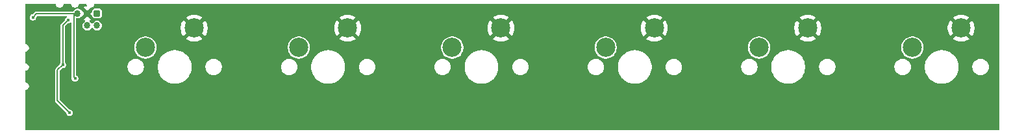
<source format=gbl>
%TF.GenerationSoftware,KiCad,Pcbnew,9.0.5*%
%TF.CreationDate,2025-10-03T12:10:45+01:00*%
%TF.ProjectId,vm_keycap_button_row,766d5f6b-6579-4636-9170-5f627574746f,0.4*%
%TF.SameCoordinates,PX876bf80PY47868c0*%
%TF.FileFunction,Copper,L2,Bot*%
%TF.FilePolarity,Positive*%
%FSLAX45Y45*%
G04 Gerber Fmt 4.5, Leading zero omitted, Abs format (unit mm)*
G04 Created by KiCad (PCBNEW 9.0.5) date 2025-10-03 12:10:45*
%MOMM*%
%LPD*%
G01*
G04 APERTURE LIST*
G04 Aperture macros list*
%AMRoundRect*
0 Rectangle with rounded corners*
0 $1 Rounding radius*
0 $2 $3 $4 $5 $6 $7 $8 $9 X,Y pos of 4 corners*
0 Add a 4 corners polygon primitive as box body*
4,1,4,$2,$3,$4,$5,$6,$7,$8,$9,$2,$3,0*
0 Add four circle primitives for the rounded corners*
1,1,$1+$1,$2,$3*
1,1,$1+$1,$4,$5*
1,1,$1+$1,$6,$7*
1,1,$1+$1,$8,$9*
0 Add four rect primitives between the rounded corners*
20,1,$1+$1,$2,$3,$4,$5,0*
20,1,$1+$1,$4,$5,$6,$7,0*
20,1,$1+$1,$6,$7,$8,$9,0*
20,1,$1+$1,$8,$9,$2,$3,0*%
G04 Aperture macros list end*
%TA.AperFunction,ComponentPad*%
%ADD10C,2.500000*%
%TD*%
%TA.AperFunction,ComponentPad*%
%ADD11RoundRect,0.172720X-0.259080X-0.259080X0.259080X-0.259080X0.259080X0.259080X-0.259080X0.259080X0*%
%TD*%
%TA.AperFunction,ComponentPad*%
%ADD12C,0.863600*%
%TD*%
%TA.AperFunction,ViaPad*%
%ADD13C,0.450000*%
%TD*%
%TA.AperFunction,Conductor*%
%ADD14C,0.200000*%
%TD*%
G04 APERTURE END LIST*
D10*
%TO.P,SW6,1,1*%
%TO.N,/BUTTON_5*%
X3219000Y254000D03*
%TO.P,SW6,2,2*%
%TO.N,GND*%
X3854000Y508000D03*
%TD*%
D11*
%TO.P,J1,1,Vcc*%
%TO.N,+3V3*%
X-5412500Y700000D03*
D12*
%TO.P,J1,2,SWDIO*%
%TO.N,/SWDIO*%
X-5412500Y542520D03*
%TO.P,J1,3,GND*%
%TO.N,GND*%
X-5539500Y700000D03*
%TO.P,J1,4,SWDCLK*%
%TO.N,/SWCLK*%
X-5539500Y542520D03*
%TO.P,J1,5,~{RESET}*%
%TO.N,/nRESET*%
X-5666500Y700000D03*
%TD*%
D10*
%TO.P,SW2,1,1*%
%TO.N,/BUTTON_1*%
X-4781000Y254000D03*
%TO.P,SW2,2,2*%
%TO.N,GND*%
X-4146000Y508000D03*
%TD*%
%TO.P,SW7,1,1*%
%TO.N,/BUTTON_6*%
X5219000Y254000D03*
%TO.P,SW7,2,2*%
%TO.N,GND*%
X5854000Y508000D03*
%TD*%
%TO.P,SW5,1,1*%
%TO.N,/BUTTON_4*%
X1219000Y254000D03*
%TO.P,SW5,2,2*%
%TO.N,GND*%
X1854000Y508000D03*
%TD*%
%TO.P,SW4,1,1*%
%TO.N,/BUTTON_3*%
X-781000Y254000D03*
%TO.P,SW4,2,2*%
%TO.N,GND*%
X-146000Y508000D03*
%TD*%
%TO.P,SW3,1,1*%
%TO.N,/BUTTON_2*%
X-2781000Y254000D03*
%TO.P,SW3,2,2*%
%TO.N,GND*%
X-2146000Y508000D03*
%TD*%
D13*
%TO.N,GND*%
X-6200000Y200000D03*
X-5550000Y-450000D03*
X-6200000Y-575000D03*
X-5575000Y-675000D03*
X-6200000Y-200000D03*
%TO.N,+3V3*%
X-5860000Y30000D03*
X-5787500Y615800D03*
X-5770000Y-600000D03*
%TO.N,/nRESET*%
X-5700000Y-150000D03*
X-6250000Y650000D03*
%TD*%
D14*
%TO.N,+3V3*%
X-5930000Y-440000D02*
X-5930000Y-40000D01*
X-5860000Y543300D02*
X-5787500Y615800D01*
X-5930000Y-40000D02*
X-5860000Y30000D01*
X-5770000Y-600000D02*
X-5930000Y-440000D01*
X-5860000Y30000D02*
X-5860000Y543300D01*
%TO.N,/nRESET*%
X-5717000Y-133000D02*
X-5700000Y-150000D01*
X-6202610Y697390D02*
X-5717000Y697390D01*
X-6250000Y650000D02*
X-6202610Y697390D01*
X-5717000Y697390D02*
X-5717000Y-133000D01*
%TD*%
%TA.AperFunction,Conductor*%
%TO.N,GND*%
G36*
X-5951632Y822833D02*
G01*
X-5949898Y819316D01*
X-5949698Y819370D01*
X-5949572Y818902D01*
X-5949572Y818901D01*
X-5946194Y806294D01*
X-5939668Y794990D01*
X-5930438Y785760D01*
X-5919134Y779234D01*
X-5906526Y775856D01*
X-5906526Y775856D01*
X-5893474Y775856D01*
X-5893474Y775856D01*
X-5880866Y779234D01*
X-5869562Y785760D01*
X-5860332Y794990D01*
X-5853806Y806294D01*
X-5850428Y818901D01*
X-5850428Y818902D01*
X-5850302Y819370D01*
X-5850047Y819302D01*
X-5847641Y823470D01*
X-5843135Y825000D01*
X-5756865Y825000D01*
X-5751632Y822833D01*
X-5749898Y819316D01*
X-5749698Y819370D01*
X-5749572Y818902D01*
X-5749572Y818901D01*
X-5746194Y806294D01*
X-5739668Y794990D01*
X-5730438Y785760D01*
X-5719134Y779234D01*
X-5706526Y775856D01*
X-5706526Y775856D01*
X-5693474Y775856D01*
X-5693474Y775856D01*
X-5680866Y779234D01*
X-5669562Y785760D01*
X-5660332Y794990D01*
X-5653806Y806294D01*
X-5650428Y818901D01*
X-5650428Y818902D01*
X-5650302Y819370D01*
X-5650047Y819302D01*
X-5647641Y823470D01*
X-5643135Y825000D01*
X-5556865Y825000D01*
X-5551632Y822833D01*
X-5549898Y819316D01*
X-5549698Y819370D01*
X-5549572Y818902D01*
X-5549572Y818901D01*
X-5546194Y806294D01*
X-5546194Y806293D01*
X-5544822Y803917D01*
X-5544083Y798302D01*
X-5547530Y793809D01*
X-5549787Y792959D01*
X-5566679Y789599D01*
X-5566680Y789599D01*
X-5583638Y782575D01*
X-5585485Y781341D01*
X-5539500Y735355D01*
X-5501167Y773688D01*
X-5495935Y775856D01*
X-5493474Y775856D01*
X-5493474Y775856D01*
X-5480866Y779234D01*
X-5469562Y785760D01*
X-5460332Y794990D01*
X-5453806Y806294D01*
X-5450428Y818901D01*
X-5450428Y818902D01*
X-5450302Y819370D01*
X-5450047Y819302D01*
X-5447641Y823470D01*
X-5443135Y825000D01*
X6342724Y825000D01*
X6347957Y822833D01*
X6350124Y817600D01*
X6350159Y56126D01*
X6350188Y-597780D01*
X6350198Y-817600D01*
X6348031Y-822832D01*
X6342798Y-825000D01*
X-6342550Y-825000D01*
X-6347783Y-822833D01*
X-6349950Y-817600D01*
X-6349950Y-306914D01*
X-6347783Y-301682D01*
X-6343921Y-299778D01*
X-6343942Y-299698D01*
X-6343540Y-299590D01*
X-6343515Y-299578D01*
X-6343474Y-299572D01*
X-6343474Y-299572D01*
X-6330866Y-296194D01*
X-6319562Y-289668D01*
X-6310332Y-280438D01*
X-6303806Y-269134D01*
X-6300428Y-256526D01*
X-6300428Y-243474D01*
X-6303806Y-230866D01*
X-6310332Y-219562D01*
X-6319562Y-210332D01*
X-6330866Y-203806D01*
X-6343474Y-200428D01*
X-6343474Y-200428D01*
X-6343516Y-200422D01*
X-6343535Y-200411D01*
X-6343942Y-200302D01*
X-6343913Y-200193D01*
X-6348421Y-197590D01*
X-6349950Y-193085D01*
X-6349950Y-56487D01*
X-6347783Y-51254D01*
X-6343921Y-49350D01*
X-6343942Y-49270D01*
X-6343540Y-49162D01*
X-6343515Y-49150D01*
X-6343474Y-49144D01*
X-6343474Y-49144D01*
X-6330866Y-45766D01*
X-6319562Y-39240D01*
X-6310332Y-30010D01*
X-6303806Y-18706D01*
X-6300428Y-6098D01*
X-6300428Y6954D01*
X-6303806Y19562D01*
X-6310332Y30866D01*
X-6319562Y40096D01*
X-6330866Y46622D01*
X-6343474Y50000D01*
X-6343474Y50000D01*
X-6343516Y50006D01*
X-6343535Y50016D01*
X-6343942Y50125D01*
X-6343913Y50235D01*
X-6348421Y52838D01*
X-6349950Y57342D01*
X-6349950Y193513D01*
X-6347783Y198746D01*
X-6343921Y200650D01*
X-6343942Y200730D01*
X-6343540Y200838D01*
X-6343515Y200850D01*
X-6343474Y200856D01*
X-6343474Y200856D01*
X-6330866Y204234D01*
X-6319562Y210760D01*
X-6310332Y219990D01*
X-6303806Y231294D01*
X-6300428Y243901D01*
X-6300428Y256954D01*
X-6303806Y269562D01*
X-6310332Y280866D01*
X-6319562Y290096D01*
X-6330866Y296622D01*
X-6343474Y300000D01*
X-6343474Y300000D01*
X-6343516Y300006D01*
X-6343535Y300017D01*
X-6343942Y300126D01*
X-6343913Y300235D01*
X-6348421Y302838D01*
X-6349950Y307342D01*
X-6349950Y655602D01*
X-6292550Y655602D01*
X-6292550Y644398D01*
X-6289650Y633577D01*
X-6289650Y633576D01*
X-6287922Y630582D01*
X-6284048Y623874D01*
X-6276126Y615952D01*
X-6266424Y610350D01*
X-6255602Y607450D01*
X-6255602Y607450D01*
X-6255602Y607450D01*
X-6244398Y607450D01*
X-6244398Y607450D01*
X-6233576Y610350D01*
X-6223874Y615952D01*
X-6215951Y623874D01*
X-6210350Y633576D01*
X-6207450Y644398D01*
X-6207450Y644398D01*
X-6207450Y646988D01*
X-6205283Y652220D01*
X-6192330Y665173D01*
X-6187098Y667340D01*
X-5810947Y667340D01*
X-5805715Y665173D01*
X-5803547Y659940D01*
X-5805715Y654707D01*
X-5807247Y653531D01*
X-5813626Y649849D01*
X-5821548Y641926D01*
X-5827150Y632224D01*
X-5827150Y632223D01*
X-5830050Y621402D01*
X-5830050Y618812D01*
X-5832217Y613580D01*
X-5884046Y561751D01*
X-5888002Y554899D01*
X-5888002Y554899D01*
X-5890050Y547257D01*
X-5890050Y63190D01*
X-5892217Y57957D01*
X-5894048Y56126D01*
X-5899650Y46424D01*
X-5899650Y46423D01*
X-5902550Y35602D01*
X-5902550Y33012D01*
X-5904717Y27780D01*
X-5954046Y-21549D01*
X-5958002Y-28401D01*
X-5958002Y-28401D01*
X-5960050Y-36044D01*
X-5960050Y-443956D01*
X-5958002Y-451598D01*
X-5958002Y-451599D01*
X-5954046Y-458451D01*
X-5814717Y-597780D01*
X-5812550Y-603012D01*
X-5812550Y-605602D01*
X-5809650Y-616423D01*
X-5809650Y-616424D01*
X-5809650Y-616424D01*
X-5804048Y-626126D01*
X-5796126Y-634049D01*
X-5786424Y-639650D01*
X-5775602Y-642550D01*
X-5775602Y-642550D01*
X-5775602Y-642550D01*
X-5764398Y-642550D01*
X-5764398Y-642550D01*
X-5753576Y-639650D01*
X-5743874Y-634049D01*
X-5735951Y-626126D01*
X-5730350Y-616424D01*
X-5727450Y-605602D01*
X-5727450Y-605602D01*
X-5727450Y-594398D01*
X-5727450Y-594398D01*
X-5730350Y-583577D01*
X-5730350Y-583576D01*
X-5735951Y-573874D01*
X-5743874Y-565952D01*
X-5753576Y-560350D01*
X-5753577Y-560350D01*
X-5764398Y-557450D01*
X-5764398Y-557450D01*
X-5766988Y-557450D01*
X-5772220Y-555283D01*
X-5897783Y-429720D01*
X-5899950Y-424488D01*
X-5899950Y-55512D01*
X-5897783Y-50280D01*
X-5862220Y-14717D01*
X-5856988Y-12550D01*
X-5854398Y-12550D01*
X-5854398Y-12550D01*
X-5843576Y-9650D01*
X-5833874Y-4048D01*
X-5825951Y3874D01*
X-5820350Y13576D01*
X-5817450Y24398D01*
X-5817450Y24398D01*
X-5817450Y35602D01*
X-5817450Y35602D01*
X-5819438Y43022D01*
X-5820350Y46424D01*
X-5825951Y56126D01*
X-5827783Y57957D01*
X-5829950Y63190D01*
X-5829950Y527788D01*
X-5827783Y533020D01*
X-5789720Y571083D01*
X-5784488Y573250D01*
X-5781898Y573250D01*
X-5781898Y573250D01*
X-5771076Y576150D01*
X-5761374Y581752D01*
X-5759683Y583443D01*
X-5754450Y585610D01*
X-5749217Y583443D01*
X-5747050Y578210D01*
X-5747050Y-136956D01*
X-5745002Y-144599D01*
X-5745002Y-144599D01*
X-5743541Y-147129D01*
X-5742550Y-150829D01*
X-5742550Y-155602D01*
X-5739650Y-166423D01*
X-5739650Y-166424D01*
X-5739650Y-166424D01*
X-5734048Y-176126D01*
X-5726126Y-184048D01*
X-5716424Y-189650D01*
X-5705602Y-192550D01*
X-5705602Y-192550D01*
X-5705602Y-192550D01*
X-5694398Y-192550D01*
X-5694398Y-192550D01*
X-5683576Y-189650D01*
X-5673874Y-184048D01*
X-5665951Y-176126D01*
X-5660350Y-166424D01*
X-5657450Y-155602D01*
X-5657450Y-155602D01*
X-5657450Y-144398D01*
X-5657450Y-144398D01*
X-5660350Y-133577D01*
X-5660350Y-133576D01*
X-5665951Y-123874D01*
X-5673874Y-115951D01*
X-5679231Y-112858D01*
X-5683250Y-110538D01*
X-5686698Y-106045D01*
X-5686950Y-104129D01*
X-5686950Y8465D01*
X-5015550Y8465D01*
X-5015550Y-8464D01*
X-5012902Y-25184D01*
X-5012902Y-25186D01*
X-5007671Y-41284D01*
X-4999985Y-56368D01*
X-4990035Y-70064D01*
X-4990035Y-70064D01*
X-4978064Y-82035D01*
X-4978064Y-82035D01*
X-4978064Y-82035D01*
X-4964369Y-91985D01*
X-4957227Y-95624D01*
X-4949285Y-99670D01*
X-4949285Y-99670D01*
X-4949284Y-99671D01*
X-4933186Y-104901D01*
X-4933185Y-104902D01*
X-4933185Y-104902D01*
X-4925969Y-106045D01*
X-4916465Y-107550D01*
X-4916464Y-107550D01*
X-4899536Y-107550D01*
X-4895356Y-106888D01*
X-4882815Y-104902D01*
X-4882815Y-104901D01*
X-4882814Y-104901D01*
X-4866716Y-99671D01*
X-4866716Y-99671D01*
X-4866715Y-99670D01*
X-4851632Y-91985D01*
X-4837936Y-82035D01*
X-4825965Y-70064D01*
X-4816015Y-56368D01*
X-4808330Y-41285D01*
X-4806627Y-36044D01*
X-4803099Y-25186D01*
X-4803099Y-25185D01*
X-4803098Y-25185D01*
X-4800450Y-8464D01*
X-4800450Y8464D01*
X-4801260Y13576D01*
X-4801394Y14423D01*
X-4620050Y14423D01*
X-4620050Y-14423D01*
X-4619112Y-21549D01*
X-4616285Y-43022D01*
X-4608819Y-70885D01*
X-4597781Y-97534D01*
X-4597781Y-97534D01*
X-4583358Y-122515D01*
X-4583357Y-122516D01*
X-4572277Y-136956D01*
X-4565797Y-145400D01*
X-4545400Y-165797D01*
X-4535441Y-173439D01*
X-4522516Y-183357D01*
X-4522515Y-183358D01*
X-4521319Y-184048D01*
X-4497535Y-197780D01*
X-4470885Y-208819D01*
X-4443022Y-216285D01*
X-4414423Y-220050D01*
X-4414423Y-220050D01*
X-4385577Y-220050D01*
X-4385577Y-220050D01*
X-4356978Y-216285D01*
X-4329116Y-208819D01*
X-4302466Y-197780D01*
X-4277484Y-183357D01*
X-4254600Y-165797D01*
X-4234203Y-145400D01*
X-4216643Y-122516D01*
X-4202220Y-97534D01*
X-4191181Y-70885D01*
X-4183715Y-43022D01*
X-4179950Y-14423D01*
X-4179950Y8465D01*
X-3999550Y8465D01*
X-3999550Y-8464D01*
X-3996902Y-25184D01*
X-3996902Y-25186D01*
X-3991671Y-41284D01*
X-3983985Y-56368D01*
X-3974035Y-70064D01*
X-3974035Y-70064D01*
X-3962064Y-82035D01*
X-3962064Y-82035D01*
X-3962064Y-82035D01*
X-3948369Y-91985D01*
X-3941227Y-95624D01*
X-3933285Y-99670D01*
X-3933285Y-99670D01*
X-3933284Y-99671D01*
X-3917186Y-104901D01*
X-3917185Y-104902D01*
X-3917185Y-104902D01*
X-3909969Y-106045D01*
X-3900464Y-107550D01*
X-3900464Y-107550D01*
X-3883535Y-107550D01*
X-3879356Y-106888D01*
X-3866815Y-104902D01*
X-3866815Y-104901D01*
X-3866814Y-104901D01*
X-3850716Y-99671D01*
X-3850716Y-99671D01*
X-3850715Y-99670D01*
X-3835631Y-91985D01*
X-3821936Y-82035D01*
X-3809965Y-70064D01*
X-3800015Y-56368D01*
X-3792329Y-41285D01*
X-3790626Y-36044D01*
X-3787098Y-25186D01*
X-3787098Y-25185D01*
X-3787098Y-25185D01*
X-3784450Y-8464D01*
X-3784450Y8464D01*
X-3784450Y8465D01*
X-3015550Y8465D01*
X-3015550Y-8464D01*
X-3012902Y-25184D01*
X-3012902Y-25186D01*
X-3007671Y-41284D01*
X-2999985Y-56368D01*
X-2990035Y-70064D01*
X-2990035Y-70064D01*
X-2978064Y-82035D01*
X-2978064Y-82035D01*
X-2978064Y-82035D01*
X-2964369Y-91985D01*
X-2957227Y-95624D01*
X-2949285Y-99670D01*
X-2949285Y-99670D01*
X-2949284Y-99671D01*
X-2933186Y-104901D01*
X-2933185Y-104902D01*
X-2933185Y-104902D01*
X-2925969Y-106045D01*
X-2916464Y-107550D01*
X-2916464Y-107550D01*
X-2899535Y-107550D01*
X-2895356Y-106888D01*
X-2882815Y-104902D01*
X-2882815Y-104901D01*
X-2882814Y-104901D01*
X-2866716Y-99671D01*
X-2866716Y-99671D01*
X-2866715Y-99670D01*
X-2851631Y-91985D01*
X-2837936Y-82035D01*
X-2825965Y-70064D01*
X-2816015Y-56368D01*
X-2808329Y-41285D01*
X-2806626Y-36044D01*
X-2803098Y-25186D01*
X-2803098Y-25185D01*
X-2803098Y-25185D01*
X-2800450Y-8464D01*
X-2800450Y8464D01*
X-2801260Y13576D01*
X-2801394Y14423D01*
X-2620050Y14423D01*
X-2620050Y-14423D01*
X-2619112Y-21549D01*
X-2616285Y-43022D01*
X-2608819Y-70885D01*
X-2597781Y-97534D01*
X-2597781Y-97534D01*
X-2583358Y-122515D01*
X-2583357Y-122516D01*
X-2572277Y-136956D01*
X-2565797Y-145400D01*
X-2545400Y-165797D01*
X-2535441Y-173439D01*
X-2522516Y-183357D01*
X-2522515Y-183358D01*
X-2521319Y-184048D01*
X-2497535Y-197780D01*
X-2470885Y-208819D01*
X-2443022Y-216285D01*
X-2414423Y-220050D01*
X-2414423Y-220050D01*
X-2385577Y-220050D01*
X-2385577Y-220050D01*
X-2356978Y-216285D01*
X-2329116Y-208819D01*
X-2302466Y-197780D01*
X-2277484Y-183357D01*
X-2254600Y-165797D01*
X-2234203Y-145400D01*
X-2216643Y-122516D01*
X-2202220Y-97534D01*
X-2191181Y-70885D01*
X-2183715Y-43022D01*
X-2179950Y-14423D01*
X-2179950Y8465D01*
X-1999550Y8465D01*
X-1999550Y-8464D01*
X-1996902Y-25184D01*
X-1996902Y-25186D01*
X-1991671Y-41284D01*
X-1983985Y-56368D01*
X-1974035Y-70064D01*
X-1974035Y-70064D01*
X-1962064Y-82035D01*
X-1962064Y-82035D01*
X-1962064Y-82035D01*
X-1948369Y-91985D01*
X-1941227Y-95624D01*
X-1933285Y-99670D01*
X-1933285Y-99670D01*
X-1933284Y-99671D01*
X-1917186Y-104901D01*
X-1917185Y-104902D01*
X-1917185Y-104902D01*
X-1909969Y-106045D01*
X-1900464Y-107550D01*
X-1900464Y-107550D01*
X-1883535Y-107550D01*
X-1879356Y-106888D01*
X-1866815Y-104902D01*
X-1866815Y-104901D01*
X-1866814Y-104901D01*
X-1850716Y-99671D01*
X-1850716Y-99671D01*
X-1850715Y-99670D01*
X-1835631Y-91985D01*
X-1821936Y-82035D01*
X-1809965Y-70064D01*
X-1800015Y-56368D01*
X-1792329Y-41285D01*
X-1790626Y-36044D01*
X-1787098Y-25186D01*
X-1787098Y-25185D01*
X-1787098Y-25185D01*
X-1784450Y-8464D01*
X-1784450Y8464D01*
X-1784450Y8465D01*
X-1015550Y8465D01*
X-1015550Y-8464D01*
X-1012902Y-25184D01*
X-1012902Y-25186D01*
X-1007671Y-41284D01*
X-999985Y-56368D01*
X-990035Y-70064D01*
X-990035Y-70064D01*
X-978064Y-82035D01*
X-978064Y-82035D01*
X-978064Y-82035D01*
X-964369Y-91985D01*
X-957227Y-95624D01*
X-949285Y-99670D01*
X-949285Y-99670D01*
X-949284Y-99671D01*
X-933186Y-104901D01*
X-933185Y-104902D01*
X-933185Y-104902D01*
X-925969Y-106045D01*
X-916464Y-107550D01*
X-916464Y-107550D01*
X-899535Y-107550D01*
X-895356Y-106888D01*
X-882815Y-104902D01*
X-882815Y-104901D01*
X-882814Y-104901D01*
X-866716Y-99671D01*
X-866716Y-99671D01*
X-866715Y-99670D01*
X-851631Y-91985D01*
X-837936Y-82035D01*
X-825965Y-70064D01*
X-816015Y-56368D01*
X-808329Y-41285D01*
X-806626Y-36044D01*
X-803098Y-25186D01*
X-803098Y-25185D01*
X-803098Y-25185D01*
X-800450Y-8464D01*
X-800450Y8464D01*
X-801260Y13576D01*
X-801394Y14423D01*
X-620050Y14423D01*
X-620050Y-14423D01*
X-619112Y-21549D01*
X-616285Y-43022D01*
X-608819Y-70885D01*
X-597781Y-97534D01*
X-597781Y-97534D01*
X-583358Y-122515D01*
X-583357Y-122516D01*
X-572277Y-136956D01*
X-565797Y-145400D01*
X-545400Y-165797D01*
X-535441Y-173439D01*
X-522516Y-183357D01*
X-522515Y-183358D01*
X-521319Y-184048D01*
X-497534Y-197780D01*
X-470884Y-208819D01*
X-443022Y-216285D01*
X-414423Y-220050D01*
X-414423Y-220050D01*
X-385577Y-220050D01*
X-385577Y-220050D01*
X-356978Y-216285D01*
X-329116Y-208819D01*
X-302466Y-197780D01*
X-277484Y-183357D01*
X-254600Y-165797D01*
X-234203Y-145400D01*
X-216642Y-122516D01*
X-202220Y-97534D01*
X-191181Y-70885D01*
X-183715Y-43022D01*
X-179950Y-14423D01*
X-179950Y8465D01*
X450Y8465D01*
X450Y-8464D01*
X3098Y-25184D01*
X3098Y-25186D01*
X8329Y-41284D01*
X16015Y-56368D01*
X25965Y-70064D01*
X25965Y-70064D01*
X37936Y-82035D01*
X37936Y-82035D01*
X37936Y-82035D01*
X51631Y-91985D01*
X58773Y-95624D01*
X66715Y-99670D01*
X66715Y-99670D01*
X66716Y-99671D01*
X82814Y-104901D01*
X82815Y-104902D01*
X82815Y-104902D01*
X90031Y-106045D01*
X99535Y-107550D01*
X99536Y-107550D01*
X116464Y-107550D01*
X120644Y-106888D01*
X133185Y-104902D01*
X133185Y-104901D01*
X133186Y-104901D01*
X149284Y-99671D01*
X149284Y-99671D01*
X149285Y-99670D01*
X164369Y-91985D01*
X178064Y-82035D01*
X190035Y-70064D01*
X199985Y-56368D01*
X207670Y-41285D01*
X209373Y-36044D01*
X212901Y-25186D01*
X212901Y-25185D01*
X212902Y-25185D01*
X215550Y-8464D01*
X215550Y8464D01*
X215550Y8465D01*
X984450Y8465D01*
X984450Y-8464D01*
X987098Y-25184D01*
X987098Y-25186D01*
X992329Y-41284D01*
X1000015Y-56368D01*
X1009965Y-70064D01*
X1009965Y-70064D01*
X1021936Y-82035D01*
X1021936Y-82035D01*
X1021936Y-82035D01*
X1035631Y-91985D01*
X1042773Y-95624D01*
X1050715Y-99670D01*
X1050715Y-99670D01*
X1050716Y-99671D01*
X1066814Y-104901D01*
X1066815Y-104902D01*
X1066815Y-104902D01*
X1074031Y-106045D01*
X1083536Y-107550D01*
X1083536Y-107550D01*
X1100465Y-107550D01*
X1104644Y-106888D01*
X1117185Y-104902D01*
X1117185Y-104901D01*
X1117186Y-104901D01*
X1133284Y-99671D01*
X1133284Y-99671D01*
X1133285Y-99670D01*
X1148369Y-91985D01*
X1162064Y-82035D01*
X1174035Y-70064D01*
X1183985Y-56368D01*
X1191671Y-41285D01*
X1193374Y-36044D01*
X1196902Y-25186D01*
X1196902Y-25185D01*
X1196902Y-25185D01*
X1199550Y-8464D01*
X1199550Y8464D01*
X1198740Y13576D01*
X1198606Y14423D01*
X1379950Y14423D01*
X1379950Y-14423D01*
X1380888Y-21549D01*
X1383715Y-43022D01*
X1391181Y-70885D01*
X1402219Y-97534D01*
X1402219Y-97534D01*
X1416642Y-122515D01*
X1416643Y-122516D01*
X1427723Y-136956D01*
X1434203Y-145400D01*
X1454600Y-165797D01*
X1464559Y-173439D01*
X1477484Y-183357D01*
X1477485Y-183358D01*
X1478681Y-184048D01*
X1502465Y-197780D01*
X1529115Y-208819D01*
X1556978Y-216285D01*
X1585577Y-220050D01*
X1585577Y-220050D01*
X1614423Y-220050D01*
X1614423Y-220050D01*
X1643022Y-216285D01*
X1670884Y-208819D01*
X1697534Y-197780D01*
X1722516Y-183357D01*
X1745400Y-165797D01*
X1765797Y-145400D01*
X1783357Y-122516D01*
X1797780Y-97534D01*
X1808819Y-70885D01*
X1816285Y-43022D01*
X1820050Y-14423D01*
X1820050Y8465D01*
X2000450Y8465D01*
X2000450Y-8464D01*
X2003098Y-25184D01*
X2003098Y-25186D01*
X2008329Y-41284D01*
X2016015Y-56368D01*
X2025965Y-70064D01*
X2025965Y-70064D01*
X2037936Y-82035D01*
X2037936Y-82035D01*
X2037936Y-82035D01*
X2051631Y-91985D01*
X2058773Y-95624D01*
X2066715Y-99670D01*
X2066715Y-99670D01*
X2066716Y-99671D01*
X2082814Y-104901D01*
X2082815Y-104902D01*
X2082815Y-104902D01*
X2090031Y-106045D01*
X2099536Y-107550D01*
X2099536Y-107550D01*
X2116465Y-107550D01*
X2120644Y-106888D01*
X2133185Y-104902D01*
X2133185Y-104901D01*
X2133186Y-104901D01*
X2149284Y-99671D01*
X2149284Y-99671D01*
X2149285Y-99670D01*
X2164369Y-91985D01*
X2178064Y-82035D01*
X2190035Y-70064D01*
X2199985Y-56368D01*
X2207671Y-41285D01*
X2209374Y-36044D01*
X2212902Y-25186D01*
X2212902Y-25185D01*
X2212902Y-25185D01*
X2215550Y-8464D01*
X2215550Y8464D01*
X2215550Y8465D01*
X2984450Y8465D01*
X2984450Y-8464D01*
X2987098Y-25184D01*
X2987098Y-25186D01*
X2992329Y-41284D01*
X3000015Y-56368D01*
X3009965Y-70064D01*
X3009965Y-70064D01*
X3021936Y-82035D01*
X3021936Y-82035D01*
X3021936Y-82035D01*
X3035631Y-91985D01*
X3042773Y-95624D01*
X3050715Y-99670D01*
X3050715Y-99670D01*
X3050716Y-99671D01*
X3066814Y-104901D01*
X3066815Y-104902D01*
X3066815Y-104902D01*
X3074031Y-106045D01*
X3083535Y-107550D01*
X3083536Y-107550D01*
X3100464Y-107550D01*
X3104644Y-106888D01*
X3117185Y-104902D01*
X3117185Y-104901D01*
X3117186Y-104901D01*
X3133284Y-99671D01*
X3133284Y-99671D01*
X3133285Y-99670D01*
X3148368Y-91985D01*
X3162064Y-82035D01*
X3174035Y-70064D01*
X3183985Y-56368D01*
X3191670Y-41285D01*
X3193373Y-36044D01*
X3196901Y-25186D01*
X3196901Y-25185D01*
X3196902Y-25185D01*
X3199550Y-8464D01*
X3199550Y8464D01*
X3198740Y13576D01*
X3198606Y14423D01*
X3379950Y14423D01*
X3379950Y-14423D01*
X3380888Y-21549D01*
X3383715Y-43022D01*
X3391181Y-70885D01*
X3402219Y-97534D01*
X3402219Y-97534D01*
X3416642Y-122515D01*
X3416643Y-122516D01*
X3427723Y-136956D01*
X3434203Y-145400D01*
X3454600Y-165797D01*
X3464559Y-173439D01*
X3477484Y-183357D01*
X3477485Y-183358D01*
X3478681Y-184048D01*
X3502465Y-197780D01*
X3529115Y-208819D01*
X3556978Y-216285D01*
X3585577Y-220050D01*
X3585577Y-220050D01*
X3614423Y-220050D01*
X3614423Y-220050D01*
X3643022Y-216285D01*
X3670884Y-208819D01*
X3697534Y-197780D01*
X3722516Y-183357D01*
X3745400Y-165797D01*
X3765797Y-145400D01*
X3783357Y-122516D01*
X3797780Y-97534D01*
X3808819Y-70885D01*
X3816285Y-43022D01*
X3820050Y-14423D01*
X3820050Y8465D01*
X4000450Y8465D01*
X4000450Y-8464D01*
X4003098Y-25184D01*
X4003098Y-25186D01*
X4008329Y-41284D01*
X4016015Y-56368D01*
X4025965Y-70064D01*
X4025965Y-70064D01*
X4037936Y-82035D01*
X4037936Y-82035D01*
X4037936Y-82035D01*
X4051631Y-91985D01*
X4058773Y-95624D01*
X4066715Y-99670D01*
X4066715Y-99670D01*
X4066716Y-99671D01*
X4082814Y-104901D01*
X4082815Y-104902D01*
X4082815Y-104902D01*
X4090031Y-106045D01*
X4099535Y-107550D01*
X4099536Y-107550D01*
X4116464Y-107550D01*
X4120644Y-106888D01*
X4133185Y-104902D01*
X4133185Y-104901D01*
X4133186Y-104901D01*
X4149284Y-99671D01*
X4149284Y-99671D01*
X4149285Y-99670D01*
X4164368Y-91985D01*
X4178064Y-82035D01*
X4190035Y-70064D01*
X4199985Y-56368D01*
X4207671Y-41285D01*
X4209374Y-36044D01*
X4212902Y-25186D01*
X4212902Y-25185D01*
X4212902Y-25185D01*
X4215550Y-8464D01*
X4215550Y8464D01*
X4215550Y8465D01*
X4984450Y8465D01*
X4984450Y-8464D01*
X4987098Y-25184D01*
X4987098Y-25186D01*
X4992329Y-41284D01*
X5000015Y-56368D01*
X5009965Y-70064D01*
X5009965Y-70064D01*
X5021936Y-82035D01*
X5021936Y-82035D01*
X5021936Y-82035D01*
X5035631Y-91985D01*
X5042773Y-95624D01*
X5050715Y-99670D01*
X5050715Y-99670D01*
X5050716Y-99671D01*
X5066814Y-104901D01*
X5066815Y-104902D01*
X5066815Y-104902D01*
X5074031Y-106045D01*
X5083536Y-107550D01*
X5083536Y-107550D01*
X5100465Y-107550D01*
X5104644Y-106888D01*
X5117185Y-104902D01*
X5117185Y-104901D01*
X5117186Y-104901D01*
X5133284Y-99671D01*
X5133284Y-99671D01*
X5133285Y-99670D01*
X5148369Y-91985D01*
X5162064Y-82035D01*
X5174035Y-70064D01*
X5183985Y-56368D01*
X5191671Y-41285D01*
X5193374Y-36044D01*
X5196902Y-25186D01*
X5196902Y-25185D01*
X5196902Y-25185D01*
X5199550Y-8464D01*
X5199550Y8464D01*
X5198740Y13576D01*
X5198606Y14423D01*
X5379950Y14423D01*
X5379950Y-14423D01*
X5380888Y-21549D01*
X5383715Y-43022D01*
X5391181Y-70885D01*
X5402219Y-97534D01*
X5402220Y-97534D01*
X5416642Y-122515D01*
X5416643Y-122516D01*
X5427723Y-136956D01*
X5434203Y-145400D01*
X5454600Y-165797D01*
X5464559Y-173439D01*
X5477484Y-183357D01*
X5477485Y-183358D01*
X5478681Y-184048D01*
X5502466Y-197780D01*
X5529116Y-208819D01*
X5556978Y-216285D01*
X5585577Y-220050D01*
X5585577Y-220050D01*
X5614423Y-220050D01*
X5614423Y-220050D01*
X5643022Y-216285D01*
X5670884Y-208819D01*
X5697534Y-197780D01*
X5722516Y-183357D01*
X5745400Y-165797D01*
X5765797Y-145400D01*
X5783357Y-122516D01*
X5797780Y-97534D01*
X5808819Y-70885D01*
X5816285Y-43022D01*
X5820050Y-14423D01*
X5820050Y8465D01*
X6000450Y8465D01*
X6000450Y-8464D01*
X6003098Y-25184D01*
X6003098Y-25186D01*
X6008329Y-41284D01*
X6016015Y-56368D01*
X6025965Y-70064D01*
X6025965Y-70064D01*
X6037936Y-82035D01*
X6037936Y-82035D01*
X6037936Y-82035D01*
X6051631Y-91985D01*
X6058773Y-95624D01*
X6066715Y-99670D01*
X6066715Y-99670D01*
X6066716Y-99671D01*
X6082814Y-104901D01*
X6082815Y-104902D01*
X6082815Y-104902D01*
X6090031Y-106045D01*
X6099535Y-107550D01*
X6099536Y-107550D01*
X6116464Y-107550D01*
X6120644Y-106888D01*
X6133185Y-104902D01*
X6133185Y-104901D01*
X6133186Y-104901D01*
X6149284Y-99671D01*
X6149284Y-99671D01*
X6149285Y-99670D01*
X6164368Y-91985D01*
X6178064Y-82035D01*
X6190035Y-70064D01*
X6199985Y-56368D01*
X6207670Y-41285D01*
X6209373Y-36044D01*
X6212901Y-25186D01*
X6212901Y-25185D01*
X6212902Y-25185D01*
X6215550Y-8464D01*
X6215550Y8464D01*
X6212902Y25185D01*
X6212902Y25185D01*
X6212901Y25186D01*
X6207671Y41284D01*
X6207670Y41285D01*
X6207670Y41285D01*
X6201784Y52838D01*
X6199985Y56369D01*
X6190035Y70064D01*
X6190035Y70064D01*
X6190035Y70064D01*
X6178064Y82035D01*
X6178064Y82035D01*
X6178064Y82035D01*
X6164368Y91985D01*
X6149284Y99671D01*
X6133186Y104902D01*
X6133184Y104902D01*
X6116464Y107550D01*
X6116464Y107550D01*
X6099536Y107550D01*
X6099535Y107550D01*
X6082815Y104902D01*
X6082814Y104902D01*
X6066716Y99671D01*
X6051631Y91985D01*
X6037936Y82035D01*
X6025965Y70064D01*
X6016015Y56369D01*
X6008329Y41284D01*
X6003098Y25186D01*
X6003098Y25184D01*
X6000450Y8465D01*
X5820050Y8465D01*
X5820050Y14423D01*
X5816285Y43022D01*
X5808819Y70885D01*
X5797780Y97534D01*
X5783357Y122516D01*
X5765797Y145400D01*
X5745400Y165797D01*
X5729527Y177977D01*
X5722516Y183357D01*
X5722515Y183358D01*
X5697534Y197780D01*
X5697534Y197781D01*
X5670885Y208819D01*
X5643021Y216285D01*
X5621953Y219059D01*
X5614423Y220050D01*
X5585577Y220050D01*
X5578923Y219174D01*
X5556978Y216285D01*
X5529115Y208819D01*
X5502466Y197781D01*
X5502466Y197780D01*
X5477485Y183358D01*
X5477484Y183357D01*
X5454600Y165797D01*
X5434203Y145401D01*
X5416643Y122516D01*
X5416642Y122515D01*
X5402220Y97534D01*
X5402219Y97534D01*
X5391181Y70885D01*
X5383715Y43022D01*
X5380627Y19562D01*
X5379950Y14423D01*
X5198606Y14423D01*
X5197026Y24398D01*
X5196902Y25185D01*
X5196902Y25185D01*
X5196902Y25186D01*
X5191671Y41284D01*
X5191671Y41285D01*
X5191671Y41285D01*
X5185784Y52838D01*
X5183985Y56369D01*
X5174035Y70064D01*
X5174035Y70064D01*
X5174035Y70064D01*
X5162064Y82035D01*
X5162064Y82035D01*
X5162064Y82035D01*
X5148369Y91985D01*
X5133284Y99671D01*
X5117186Y104902D01*
X5117184Y104902D01*
X5100465Y107550D01*
X5100464Y107550D01*
X5083536Y107550D01*
X5083536Y107550D01*
X5066816Y104902D01*
X5066814Y104902D01*
X5050716Y99671D01*
X5035631Y91985D01*
X5021936Y82035D01*
X5009965Y70064D01*
X5000015Y56369D01*
X4992329Y41284D01*
X4987098Y25186D01*
X4987098Y25184D01*
X4984450Y8465D01*
X4215550Y8465D01*
X4212902Y25185D01*
X4212902Y25185D01*
X4212902Y25186D01*
X4207671Y41284D01*
X4207671Y41285D01*
X4207671Y41285D01*
X4201784Y52838D01*
X4199985Y56369D01*
X4190035Y70064D01*
X4190035Y70064D01*
X4190035Y70064D01*
X4178064Y82035D01*
X4178064Y82035D01*
X4178064Y82035D01*
X4164368Y91985D01*
X4149284Y99671D01*
X4133186Y104902D01*
X4133184Y104902D01*
X4116464Y107550D01*
X4116464Y107550D01*
X4099536Y107550D01*
X4099535Y107550D01*
X4082815Y104902D01*
X4082814Y104902D01*
X4066716Y99671D01*
X4051631Y91985D01*
X4037936Y82035D01*
X4025965Y70064D01*
X4016015Y56369D01*
X4008329Y41284D01*
X4003098Y25186D01*
X4003098Y25184D01*
X4000450Y8465D01*
X3820050Y8465D01*
X3820050Y14423D01*
X3816285Y43022D01*
X3808819Y70885D01*
X3797780Y97534D01*
X3783357Y122516D01*
X3765797Y145400D01*
X3745400Y165797D01*
X3729527Y177977D01*
X3722516Y183357D01*
X3722515Y183358D01*
X3697534Y197780D01*
X3697534Y197781D01*
X3670885Y208819D01*
X3643021Y216285D01*
X3621953Y219059D01*
X3614423Y220050D01*
X3585577Y220050D01*
X3578923Y219174D01*
X3556978Y216285D01*
X3529115Y208819D01*
X3502466Y197781D01*
X3502465Y197780D01*
X3477485Y183358D01*
X3477484Y183357D01*
X3454599Y165797D01*
X3434203Y145401D01*
X3416643Y122516D01*
X3416642Y122515D01*
X3402219Y97534D01*
X3402219Y97534D01*
X3391181Y70885D01*
X3383715Y43022D01*
X3380627Y19562D01*
X3379950Y14423D01*
X3198606Y14423D01*
X3197026Y24398D01*
X3196902Y25185D01*
X3196902Y25185D01*
X3196901Y25186D01*
X3191671Y41284D01*
X3191670Y41285D01*
X3191670Y41285D01*
X3185784Y52838D01*
X3183985Y56369D01*
X3174035Y70064D01*
X3174035Y70064D01*
X3174035Y70064D01*
X3162064Y82035D01*
X3162064Y82035D01*
X3162064Y82035D01*
X3148368Y91985D01*
X3133284Y99671D01*
X3117186Y104902D01*
X3117184Y104902D01*
X3100464Y107550D01*
X3100464Y107550D01*
X3083536Y107550D01*
X3083535Y107550D01*
X3066815Y104902D01*
X3066814Y104902D01*
X3050716Y99671D01*
X3035631Y91985D01*
X3021936Y82035D01*
X3009965Y70064D01*
X3000015Y56369D01*
X2992329Y41284D01*
X2987098Y25186D01*
X2987098Y25184D01*
X2984450Y8465D01*
X2215550Y8465D01*
X2212902Y25185D01*
X2212902Y25185D01*
X2212902Y25186D01*
X2207671Y41284D01*
X2207671Y41285D01*
X2207671Y41285D01*
X2201784Y52838D01*
X2199985Y56369D01*
X2190035Y70064D01*
X2190035Y70064D01*
X2190035Y70064D01*
X2178064Y82035D01*
X2178064Y82035D01*
X2178064Y82035D01*
X2164369Y91985D01*
X2149284Y99671D01*
X2133186Y104902D01*
X2133184Y104902D01*
X2116465Y107550D01*
X2116464Y107550D01*
X2099536Y107550D01*
X2099536Y107550D01*
X2082815Y104902D01*
X2082814Y104902D01*
X2066716Y99671D01*
X2051631Y91985D01*
X2037936Y82035D01*
X2025965Y70064D01*
X2016015Y56369D01*
X2008329Y41284D01*
X2003098Y25186D01*
X2003098Y25184D01*
X2000450Y8465D01*
X1820050Y8465D01*
X1820050Y14423D01*
X1816285Y43022D01*
X1808819Y70885D01*
X1797780Y97534D01*
X1783357Y122516D01*
X1765797Y145400D01*
X1745400Y165797D01*
X1729527Y177977D01*
X1722516Y183357D01*
X1722515Y183358D01*
X1697534Y197780D01*
X1697534Y197781D01*
X1670885Y208819D01*
X1643021Y216285D01*
X1621953Y219059D01*
X1614423Y220050D01*
X1585577Y220050D01*
X1578923Y219174D01*
X1556978Y216285D01*
X1529115Y208819D01*
X1502466Y197781D01*
X1502465Y197780D01*
X1477485Y183358D01*
X1477484Y183357D01*
X1454599Y165797D01*
X1434203Y145401D01*
X1416643Y122516D01*
X1416642Y122515D01*
X1402219Y97534D01*
X1402219Y97534D01*
X1391181Y70885D01*
X1383715Y43022D01*
X1380627Y19562D01*
X1379950Y14423D01*
X1198606Y14423D01*
X1197026Y24398D01*
X1196902Y25185D01*
X1196902Y25185D01*
X1196902Y25186D01*
X1191671Y41284D01*
X1191671Y41285D01*
X1191671Y41285D01*
X1185784Y52838D01*
X1183985Y56369D01*
X1174035Y70064D01*
X1174035Y70064D01*
X1174035Y70064D01*
X1162064Y82035D01*
X1162064Y82035D01*
X1162064Y82035D01*
X1148369Y91985D01*
X1133284Y99671D01*
X1117186Y104902D01*
X1117184Y104902D01*
X1100465Y107550D01*
X1100464Y107550D01*
X1083536Y107550D01*
X1083536Y107550D01*
X1066816Y104902D01*
X1066814Y104902D01*
X1050716Y99671D01*
X1035631Y91985D01*
X1021936Y82035D01*
X1009965Y70064D01*
X1000015Y56369D01*
X992329Y41284D01*
X987098Y25186D01*
X987098Y25184D01*
X984450Y8465D01*
X215550Y8465D01*
X212902Y25185D01*
X212902Y25185D01*
X212901Y25186D01*
X207671Y41284D01*
X207670Y41285D01*
X207670Y41285D01*
X201784Y52838D01*
X199985Y56369D01*
X190035Y70064D01*
X190035Y70064D01*
X190035Y70064D01*
X178064Y82035D01*
X178064Y82035D01*
X178064Y82035D01*
X164369Y91985D01*
X149284Y99671D01*
X133186Y104902D01*
X133184Y104902D01*
X116464Y107550D01*
X116464Y107550D01*
X99536Y107550D01*
X99535Y107550D01*
X82816Y104902D01*
X82814Y104902D01*
X66716Y99671D01*
X51631Y91985D01*
X37936Y82035D01*
X25965Y70064D01*
X16015Y56369D01*
X8329Y41284D01*
X3098Y25186D01*
X3098Y25184D01*
X450Y8465D01*
X-179950Y8465D01*
X-179950Y14423D01*
X-183715Y43022D01*
X-191181Y70885D01*
X-202220Y97534D01*
X-216642Y122516D01*
X-234203Y145400D01*
X-254600Y165797D01*
X-270473Y177977D01*
X-277484Y183357D01*
X-277485Y183358D01*
X-302466Y197780D01*
X-302466Y197781D01*
X-329115Y208819D01*
X-356978Y216285D01*
X-378047Y219059D01*
X-385577Y220050D01*
X-414423Y220050D01*
X-421077Y219174D01*
X-443022Y216285D01*
X-470885Y208819D01*
X-497534Y197781D01*
X-497534Y197780D01*
X-522515Y183358D01*
X-522516Y183357D01*
X-545401Y165797D01*
X-565797Y145401D01*
X-583357Y122516D01*
X-583358Y122515D01*
X-597781Y97534D01*
X-597781Y97534D01*
X-608819Y70885D01*
X-616285Y43022D01*
X-619373Y19562D01*
X-620050Y14423D01*
X-801394Y14423D01*
X-802974Y24398D01*
X-803098Y25185D01*
X-803098Y25185D01*
X-803098Y25186D01*
X-808329Y41284D01*
X-808329Y41285D01*
X-808329Y41285D01*
X-814216Y52838D01*
X-816015Y56369D01*
X-825965Y70064D01*
X-825965Y70064D01*
X-825965Y70064D01*
X-837936Y82035D01*
X-837936Y82035D01*
X-837936Y82035D01*
X-851631Y91985D01*
X-866716Y99671D01*
X-882814Y104902D01*
X-882816Y104902D01*
X-899535Y107550D01*
X-899536Y107550D01*
X-916464Y107550D01*
X-916464Y107550D01*
X-933184Y104902D01*
X-933186Y104902D01*
X-949284Y99671D01*
X-964369Y91985D01*
X-978064Y82035D01*
X-990035Y70064D01*
X-999985Y56369D01*
X-1007671Y41284D01*
X-1012902Y25186D01*
X-1012902Y25184D01*
X-1015550Y8465D01*
X-1784450Y8465D01*
X-1787098Y25185D01*
X-1787098Y25185D01*
X-1787098Y25186D01*
X-1792329Y41284D01*
X-1792329Y41285D01*
X-1792329Y41285D01*
X-1798216Y52838D01*
X-1800015Y56369D01*
X-1809965Y70064D01*
X-1809965Y70064D01*
X-1809965Y70064D01*
X-1821936Y82035D01*
X-1821936Y82035D01*
X-1821936Y82035D01*
X-1835631Y91985D01*
X-1850716Y99671D01*
X-1866814Y104902D01*
X-1866816Y104902D01*
X-1883535Y107550D01*
X-1883536Y107550D01*
X-1900464Y107550D01*
X-1900464Y107550D01*
X-1917184Y104902D01*
X-1917186Y104902D01*
X-1933284Y99671D01*
X-1948369Y91985D01*
X-1962064Y82035D01*
X-1974035Y70064D01*
X-1983985Y56369D01*
X-1991671Y41284D01*
X-1996902Y25186D01*
X-1996902Y25184D01*
X-1999550Y8465D01*
X-2179950Y8465D01*
X-2179950Y14423D01*
X-2183715Y43022D01*
X-2191181Y70885D01*
X-2202220Y97534D01*
X-2216643Y122516D01*
X-2234203Y145400D01*
X-2254600Y165797D01*
X-2270473Y177977D01*
X-2277484Y183357D01*
X-2277485Y183358D01*
X-2302466Y197780D01*
X-2302466Y197781D01*
X-2329115Y208819D01*
X-2356979Y216285D01*
X-2378047Y219059D01*
X-2385577Y220050D01*
X-2414423Y220050D01*
X-2421077Y219174D01*
X-2443022Y216285D01*
X-2470885Y208819D01*
X-2497534Y197781D01*
X-2497535Y197780D01*
X-2522515Y183358D01*
X-2522516Y183357D01*
X-2545401Y165797D01*
X-2565797Y145401D01*
X-2583357Y122516D01*
X-2583358Y122515D01*
X-2597781Y97534D01*
X-2597781Y97534D01*
X-2608819Y70885D01*
X-2616285Y43022D01*
X-2619373Y19562D01*
X-2620050Y14423D01*
X-2801394Y14423D01*
X-2802974Y24398D01*
X-2803098Y25185D01*
X-2803098Y25185D01*
X-2803098Y25186D01*
X-2808329Y41284D01*
X-2808329Y41285D01*
X-2808329Y41285D01*
X-2814216Y52838D01*
X-2816015Y56369D01*
X-2825965Y70064D01*
X-2825965Y70064D01*
X-2825965Y70064D01*
X-2837936Y82035D01*
X-2837936Y82035D01*
X-2837936Y82035D01*
X-2851631Y91985D01*
X-2866716Y99671D01*
X-2882814Y104902D01*
X-2882816Y104902D01*
X-2899535Y107550D01*
X-2899536Y107550D01*
X-2916464Y107550D01*
X-2916464Y107550D01*
X-2933184Y104902D01*
X-2933186Y104902D01*
X-2949284Y99671D01*
X-2964369Y91985D01*
X-2978064Y82035D01*
X-2990035Y70064D01*
X-2999985Y56369D01*
X-3007671Y41284D01*
X-3012902Y25186D01*
X-3012902Y25184D01*
X-3015550Y8465D01*
X-3784450Y8465D01*
X-3787098Y25185D01*
X-3787098Y25185D01*
X-3787098Y25186D01*
X-3792329Y41284D01*
X-3792329Y41285D01*
X-3792329Y41285D01*
X-3798216Y52838D01*
X-3800015Y56369D01*
X-3809965Y70064D01*
X-3809965Y70064D01*
X-3809965Y70064D01*
X-3821936Y82035D01*
X-3821936Y82035D01*
X-3821936Y82035D01*
X-3835631Y91985D01*
X-3850716Y99671D01*
X-3866814Y104902D01*
X-3866816Y104902D01*
X-3883535Y107550D01*
X-3883536Y107550D01*
X-3900464Y107550D01*
X-3900464Y107550D01*
X-3917184Y104902D01*
X-3917186Y104902D01*
X-3933284Y99671D01*
X-3948369Y91985D01*
X-3962064Y82035D01*
X-3974035Y70064D01*
X-3983985Y56369D01*
X-3991671Y41284D01*
X-3996902Y25186D01*
X-3996902Y25184D01*
X-3999550Y8465D01*
X-4179950Y8465D01*
X-4179950Y14423D01*
X-4183715Y43022D01*
X-4191181Y70885D01*
X-4202220Y97534D01*
X-4216643Y122516D01*
X-4234203Y145400D01*
X-4254600Y165797D01*
X-4270473Y177977D01*
X-4277484Y183357D01*
X-4277485Y183358D01*
X-4302466Y197780D01*
X-4302466Y197781D01*
X-4329115Y208819D01*
X-4356979Y216285D01*
X-4378047Y219059D01*
X-4385577Y220050D01*
X-4414423Y220050D01*
X-4421077Y219174D01*
X-4443022Y216285D01*
X-4470885Y208819D01*
X-4497534Y197781D01*
X-4497535Y197780D01*
X-4522515Y183358D01*
X-4522516Y183357D01*
X-4545401Y165797D01*
X-4565797Y145401D01*
X-4583357Y122516D01*
X-4583358Y122515D01*
X-4597781Y97534D01*
X-4597781Y97534D01*
X-4608819Y70885D01*
X-4616285Y43022D01*
X-4619373Y19562D01*
X-4620050Y14423D01*
X-4801394Y14423D01*
X-4802974Y24398D01*
X-4803098Y25185D01*
X-4803098Y25185D01*
X-4803099Y25186D01*
X-4808329Y41284D01*
X-4808330Y41285D01*
X-4808330Y41285D01*
X-4814216Y52838D01*
X-4816015Y56369D01*
X-4825965Y70064D01*
X-4825965Y70064D01*
X-4825965Y70064D01*
X-4837936Y82035D01*
X-4837936Y82035D01*
X-4837936Y82035D01*
X-4851632Y91985D01*
X-4866716Y99671D01*
X-4882814Y104902D01*
X-4882816Y104902D01*
X-4899536Y107550D01*
X-4899536Y107550D01*
X-4916464Y107550D01*
X-4916465Y107550D01*
X-4933185Y104902D01*
X-4933186Y104902D01*
X-4949284Y99671D01*
X-4964369Y91985D01*
X-4978064Y82035D01*
X-4990035Y70064D01*
X-4999985Y56369D01*
X-5007671Y41284D01*
X-5012902Y25186D01*
X-5012902Y25184D01*
X-5015550Y8465D01*
X-5686950Y8465D01*
X-5686950Y265416D01*
X-4926050Y265416D01*
X-4926050Y242584D01*
X-4922479Y220034D01*
X-4922478Y220033D01*
X-4915423Y198321D01*
X-4907799Y183357D01*
X-4905058Y177977D01*
X-4891638Y159506D01*
X-4875494Y143362D01*
X-4857023Y129942D01*
X-4836680Y119577D01*
X-4836680Y119577D01*
X-4836679Y119577D01*
X-4814967Y112522D01*
X-4814967Y112522D01*
X-4814966Y112522D01*
X-4799933Y110141D01*
X-4792416Y108950D01*
X-4792416Y108950D01*
X-4769584Y108950D01*
X-4763947Y109843D01*
X-4747034Y112522D01*
X-4747033Y112522D01*
X-4747033Y112522D01*
X-4725321Y119577D01*
X-4725321Y119577D01*
X-4725320Y119577D01*
X-4704977Y129942D01*
X-4686506Y143362D01*
X-4670362Y159506D01*
X-4656942Y177977D01*
X-4646577Y198320D01*
X-4644655Y204234D01*
X-4639522Y220033D01*
X-4639522Y220033D01*
X-4639522Y220034D01*
X-4635950Y242584D01*
X-4635950Y265416D01*
X-4635950Y265416D01*
X-2926050Y265416D01*
X-2926050Y242584D01*
X-2922478Y220034D01*
X-2922478Y220033D01*
X-2915423Y198321D01*
X-2907799Y183357D01*
X-2905058Y177977D01*
X-2891638Y159506D01*
X-2875494Y143362D01*
X-2857023Y129942D01*
X-2836680Y119577D01*
X-2836680Y119577D01*
X-2836679Y119577D01*
X-2814967Y112522D01*
X-2814966Y112522D01*
X-2814966Y112522D01*
X-2799932Y110141D01*
X-2792416Y108950D01*
X-2792416Y108950D01*
X-2769584Y108950D01*
X-2763947Y109843D01*
X-2747034Y112522D01*
X-2747033Y112522D01*
X-2747033Y112522D01*
X-2725321Y119577D01*
X-2725321Y119577D01*
X-2725320Y119577D01*
X-2704977Y129942D01*
X-2686506Y143362D01*
X-2670362Y159506D01*
X-2656942Y177977D01*
X-2646577Y198320D01*
X-2644655Y204234D01*
X-2639522Y220033D01*
X-2639522Y220033D01*
X-2639522Y220034D01*
X-2635950Y242584D01*
X-2635950Y265416D01*
X-2635950Y265416D01*
X-926050Y265416D01*
X-926050Y242584D01*
X-922478Y220034D01*
X-922478Y220033D01*
X-915423Y198321D01*
X-907799Y183357D01*
X-905058Y177977D01*
X-891638Y159506D01*
X-875494Y143362D01*
X-857023Y129942D01*
X-836680Y119577D01*
X-836680Y119577D01*
X-836679Y119577D01*
X-814967Y112522D01*
X-814966Y112522D01*
X-814966Y112522D01*
X-799932Y110141D01*
X-792416Y108950D01*
X-792416Y108950D01*
X-769584Y108950D01*
X-763947Y109843D01*
X-747034Y112522D01*
X-747033Y112522D01*
X-747033Y112522D01*
X-725321Y119577D01*
X-725321Y119577D01*
X-725320Y119577D01*
X-704977Y129942D01*
X-686506Y143362D01*
X-670362Y159506D01*
X-656942Y177977D01*
X-646577Y198320D01*
X-644655Y204234D01*
X-639522Y220033D01*
X-639522Y220033D01*
X-639522Y220034D01*
X-635950Y242584D01*
X-635950Y265416D01*
X-635950Y265416D01*
X1073950Y265416D01*
X1073950Y242584D01*
X1077522Y220034D01*
X1077522Y220033D01*
X1084577Y198321D01*
X1092201Y183357D01*
X1094942Y177977D01*
X1108362Y159506D01*
X1124506Y143362D01*
X1142977Y129942D01*
X1163320Y119577D01*
X1163320Y119577D01*
X1163321Y119577D01*
X1185033Y112522D01*
X1185034Y112522D01*
X1185034Y112522D01*
X1200068Y110141D01*
X1207584Y108950D01*
X1207584Y108950D01*
X1230416Y108950D01*
X1236053Y109843D01*
X1252966Y112522D01*
X1252967Y112522D01*
X1252967Y112522D01*
X1274679Y119577D01*
X1274679Y119577D01*
X1274680Y119577D01*
X1295023Y129942D01*
X1313494Y143362D01*
X1329638Y159506D01*
X1343058Y177977D01*
X1353423Y198320D01*
X1355345Y204234D01*
X1360478Y220033D01*
X1360478Y220033D01*
X1360478Y220034D01*
X1364050Y242584D01*
X1364050Y265416D01*
X1364050Y265416D01*
X3073950Y265416D01*
X3073950Y242584D01*
X3077521Y220034D01*
X3077522Y220033D01*
X3084577Y198321D01*
X3092201Y183357D01*
X3094942Y177977D01*
X3108362Y159506D01*
X3124506Y143362D01*
X3142977Y129942D01*
X3163320Y119577D01*
X3163320Y119577D01*
X3163321Y119577D01*
X3185033Y112522D01*
X3185033Y112522D01*
X3185034Y112522D01*
X3200067Y110141D01*
X3207584Y108950D01*
X3207584Y108950D01*
X3230416Y108950D01*
X3236053Y109843D01*
X3252966Y112522D01*
X3252967Y112522D01*
X3252967Y112522D01*
X3274679Y119577D01*
X3274679Y119577D01*
X3274680Y119577D01*
X3295023Y129942D01*
X3313494Y143362D01*
X3329638Y159506D01*
X3343058Y177977D01*
X3353423Y198320D01*
X3355345Y204234D01*
X3360478Y220033D01*
X3360478Y220033D01*
X3360478Y220034D01*
X3364050Y242584D01*
X3364050Y265416D01*
X3364050Y265416D01*
X5073950Y265416D01*
X5073950Y242584D01*
X5077522Y220034D01*
X5077522Y220033D01*
X5084577Y198321D01*
X5092201Y183357D01*
X5094942Y177977D01*
X5108362Y159506D01*
X5124506Y143362D01*
X5142977Y129942D01*
X5163320Y119577D01*
X5163320Y119577D01*
X5163321Y119577D01*
X5185033Y112522D01*
X5185034Y112522D01*
X5185034Y112522D01*
X5200068Y110141D01*
X5207584Y108950D01*
X5207584Y108950D01*
X5230416Y108950D01*
X5236053Y109843D01*
X5252966Y112522D01*
X5252967Y112522D01*
X5252967Y112522D01*
X5274679Y119577D01*
X5274679Y119577D01*
X5274680Y119577D01*
X5295023Y129942D01*
X5313494Y143362D01*
X5329638Y159506D01*
X5343058Y177977D01*
X5353423Y198320D01*
X5355345Y204234D01*
X5360478Y220033D01*
X5360478Y220033D01*
X5360478Y220034D01*
X5364050Y242584D01*
X5364050Y265416D01*
X5360478Y287966D01*
X5360478Y287967D01*
X5360478Y287967D01*
X5353423Y309679D01*
X5353423Y309680D01*
X5353423Y309680D01*
X5343058Y330023D01*
X5329638Y348494D01*
X5313494Y364638D01*
X5313493Y364638D01*
X5313493Y364638D01*
X5313390Y364713D01*
X5313390Y364713D01*
X5313390Y364713D01*
X5295023Y378058D01*
X5295023Y378058D01*
X5295023Y378058D01*
X5274679Y388423D01*
X5252967Y395478D01*
X5252966Y395478D01*
X5230416Y399050D01*
X5230416Y399050D01*
X5207584Y399050D01*
X5207584Y399050D01*
X5185034Y395478D01*
X5185033Y395478D01*
X5163321Y388423D01*
X5142977Y378058D01*
X5124507Y364638D01*
X5108362Y348493D01*
X5094942Y330023D01*
X5084577Y309679D01*
X5077522Y287967D01*
X5077522Y287966D01*
X5073950Y265416D01*
X3364050Y265416D01*
X3360478Y287966D01*
X3360478Y287967D01*
X3360478Y287967D01*
X3353423Y309679D01*
X3353423Y309680D01*
X3353423Y309680D01*
X3343058Y330023D01*
X3329638Y348494D01*
X3313494Y364638D01*
X3313493Y364638D01*
X3313493Y364638D01*
X3313390Y364713D01*
X3313390Y364713D01*
X3313390Y364713D01*
X3295023Y378058D01*
X3295023Y378058D01*
X3295023Y378058D01*
X3274679Y388423D01*
X3252967Y395478D01*
X3252966Y395478D01*
X3230416Y399050D01*
X3230416Y399050D01*
X3207584Y399050D01*
X3207584Y399050D01*
X3185034Y395478D01*
X3185033Y395478D01*
X3163321Y388423D01*
X3142977Y378058D01*
X3124507Y364638D01*
X3108362Y348493D01*
X3094942Y330023D01*
X3084577Y309679D01*
X3077522Y287967D01*
X3077521Y287966D01*
X3073950Y265416D01*
X1364050Y265416D01*
X1360478Y287966D01*
X1360478Y287967D01*
X1360478Y287967D01*
X1353423Y309679D01*
X1353423Y309680D01*
X1353423Y309680D01*
X1343058Y330023D01*
X1329638Y348494D01*
X1313494Y364638D01*
X1313493Y364638D01*
X1313493Y364638D01*
X1313390Y364713D01*
X1313390Y364713D01*
X1313390Y364713D01*
X1295023Y378058D01*
X1295023Y378058D01*
X1295023Y378058D01*
X1274679Y388423D01*
X1252967Y395478D01*
X1252966Y395478D01*
X1230416Y399050D01*
X1230416Y399050D01*
X1207584Y399050D01*
X1207584Y399050D01*
X1185034Y395478D01*
X1185033Y395478D01*
X1163321Y388423D01*
X1142977Y378058D01*
X1124507Y364638D01*
X1108362Y348493D01*
X1094942Y330023D01*
X1084577Y309679D01*
X1077522Y287967D01*
X1077522Y287966D01*
X1073950Y265416D01*
X-635950Y265416D01*
X-639522Y287966D01*
X-639522Y287967D01*
X-639522Y287967D01*
X-646577Y309679D01*
X-646577Y309680D01*
X-646577Y309680D01*
X-656942Y330023D01*
X-670362Y348494D01*
X-686506Y364638D01*
X-686507Y364638D01*
X-686507Y364638D01*
X-686610Y364713D01*
X-686610Y364713D01*
X-686610Y364713D01*
X-704977Y378058D01*
X-704977Y378058D01*
X-704977Y378058D01*
X-725321Y388423D01*
X-747033Y395478D01*
X-747034Y395478D01*
X-769584Y399050D01*
X-769584Y399050D01*
X-792416Y399050D01*
X-792416Y399050D01*
X-814966Y395478D01*
X-814967Y395478D01*
X-836679Y388423D01*
X-857023Y378058D01*
X-875493Y364638D01*
X-891638Y348493D01*
X-905058Y330023D01*
X-915423Y309679D01*
X-922478Y287967D01*
X-922478Y287966D01*
X-926050Y265416D01*
X-2635950Y265416D01*
X-2639522Y287966D01*
X-2639522Y287967D01*
X-2639522Y287967D01*
X-2646577Y309679D01*
X-2646577Y309680D01*
X-2646577Y309680D01*
X-2656942Y330023D01*
X-2670362Y348494D01*
X-2686506Y364638D01*
X-2686507Y364638D01*
X-2686507Y364638D01*
X-2686610Y364713D01*
X-2686610Y364713D01*
X-2686610Y364713D01*
X-2704977Y378058D01*
X-2704977Y378058D01*
X-2704977Y378058D01*
X-2725321Y388423D01*
X-2747033Y395478D01*
X-2747034Y395478D01*
X-2769584Y399050D01*
X-2769584Y399050D01*
X-2792416Y399050D01*
X-2792416Y399050D01*
X-2814966Y395478D01*
X-2814967Y395478D01*
X-2836679Y388423D01*
X-2857023Y378058D01*
X-2875493Y364638D01*
X-2891638Y348493D01*
X-2905058Y330023D01*
X-2915423Y309679D01*
X-2922478Y287967D01*
X-2922478Y287966D01*
X-2926050Y265416D01*
X-4635950Y265416D01*
X-4639522Y287966D01*
X-4639522Y287967D01*
X-4639522Y287967D01*
X-4646577Y309679D01*
X-4646577Y309680D01*
X-4646577Y309680D01*
X-4656942Y330023D01*
X-4670362Y348494D01*
X-4686506Y364638D01*
X-4686507Y364638D01*
X-4686507Y364638D01*
X-4686610Y364713D01*
X-4686610Y364713D01*
X-4686610Y364713D01*
X-4704977Y378058D01*
X-4704977Y378058D01*
X-4704977Y378058D01*
X-4725321Y388423D01*
X-4747033Y395478D01*
X-4747034Y395478D01*
X-4769584Y399050D01*
X-4769584Y399050D01*
X-4792416Y399050D01*
X-4792416Y399050D01*
X-4814966Y395478D01*
X-4814967Y395478D01*
X-4836679Y388423D01*
X-4857023Y378058D01*
X-4875493Y364638D01*
X-4891638Y348493D01*
X-4905058Y330023D01*
X-4915423Y309679D01*
X-4922478Y287967D01*
X-4922479Y287966D01*
X-4926050Y265416D01*
X-5686950Y265416D01*
X-5686950Y548748D01*
X-5602730Y548748D01*
X-5602730Y536293D01*
X-5600300Y524077D01*
X-5600300Y524076D01*
X-5595534Y512570D01*
X-5595534Y512569D01*
X-5595534Y512569D01*
X-5588614Y502213D01*
X-5579807Y493406D01*
X-5569451Y486486D01*
X-5569451Y486486D01*
X-5569450Y486486D01*
X-5557944Y481720D01*
X-5557944Y481720D01*
X-5545728Y479290D01*
X-5545728Y479290D01*
X-5533273Y479290D01*
X-5533272Y479290D01*
X-5521057Y481720D01*
X-5509549Y486486D01*
X-5499193Y493406D01*
X-5490386Y502213D01*
X-5483466Y512569D01*
X-5482837Y514089D01*
X-5478832Y518094D01*
X-5473168Y518094D01*
X-5469164Y514090D01*
X-5468534Y512569D01*
X-5461614Y502213D01*
X-5452807Y493406D01*
X-5442451Y486486D01*
X-5442451Y486486D01*
X-5442450Y486486D01*
X-5430944Y481720D01*
X-5430944Y481720D01*
X-5418728Y479290D01*
X-5418728Y479290D01*
X-5406273Y479290D01*
X-5406272Y479290D01*
X-5394057Y481720D01*
X-5382549Y486486D01*
X-5372193Y493406D01*
X-5363386Y502213D01*
X-5356466Y512569D01*
X-5353608Y519470D01*
X-4321000Y519470D01*
X-4321000Y496530D01*
X-4318006Y473787D01*
X-4318006Y473786D01*
X-4312068Y451627D01*
X-4303290Y430434D01*
X-4303290Y430433D01*
X-4291820Y410567D01*
X-4291819Y410566D01*
X-4286162Y403194D01*
X-4286162Y403193D01*
X-4213758Y475598D01*
X-4212464Y472474D01*
X-4204256Y460190D01*
X-4193810Y449744D01*
X-4181526Y441536D01*
X-4178403Y440242D01*
X-4250807Y367838D01*
X-4243434Y362181D01*
X-4243433Y362180D01*
X-4223567Y350710D01*
X-4223566Y350710D01*
X-4202373Y341932D01*
X-4180214Y335994D01*
X-4180213Y335994D01*
X-4157470Y333000D01*
X-4134530Y333000D01*
X-4111787Y335994D01*
X-4111786Y335994D01*
X-4089627Y341932D01*
X-4068434Y350710D01*
X-4068433Y350710D01*
X-4048567Y362181D01*
X-4041194Y367838D01*
X-4113598Y440242D01*
X-4110474Y441536D01*
X-4098190Y449744D01*
X-4087744Y460190D01*
X-4079536Y472474D01*
X-4078242Y475598D01*
X-4005838Y403194D01*
X-4000181Y410567D01*
X-3988710Y430433D01*
X-3988710Y430434D01*
X-3979932Y451627D01*
X-3973994Y473786D01*
X-3973994Y473787D01*
X-3971000Y496530D01*
X-3971000Y519470D01*
X-2321000Y519470D01*
X-2321000Y496530D01*
X-2318006Y473787D01*
X-2318006Y473786D01*
X-2312068Y451627D01*
X-2303290Y430434D01*
X-2303290Y430433D01*
X-2291820Y410567D01*
X-2291819Y410566D01*
X-2286162Y403194D01*
X-2286162Y403193D01*
X-2213758Y475598D01*
X-2212464Y472474D01*
X-2204256Y460190D01*
X-2193810Y449744D01*
X-2181526Y441536D01*
X-2178403Y440242D01*
X-2250807Y367838D01*
X-2243434Y362181D01*
X-2243433Y362180D01*
X-2223567Y350710D01*
X-2223566Y350710D01*
X-2202373Y341932D01*
X-2180214Y335994D01*
X-2180214Y335994D01*
X-2157470Y333000D01*
X-2134530Y333000D01*
X-2111787Y335994D01*
X-2111786Y335994D01*
X-2089627Y341932D01*
X-2068434Y350710D01*
X-2068433Y350710D01*
X-2048567Y362181D01*
X-2041194Y367838D01*
X-2113598Y440242D01*
X-2110474Y441536D01*
X-2098190Y449744D01*
X-2087744Y460190D01*
X-2079536Y472474D01*
X-2078242Y475598D01*
X-2005838Y403194D01*
X-2000181Y410567D01*
X-1988710Y430433D01*
X-1988710Y430434D01*
X-1979932Y451627D01*
X-1973994Y473786D01*
X-1973994Y473787D01*
X-1971000Y496530D01*
X-1971000Y519470D01*
X-321000Y519470D01*
X-321000Y496530D01*
X-318006Y473787D01*
X-318006Y473786D01*
X-312068Y451627D01*
X-303290Y430434D01*
X-303290Y430433D01*
X-291820Y410567D01*
X-291819Y410566D01*
X-286162Y403194D01*
X-286162Y403193D01*
X-213758Y475598D01*
X-212464Y472474D01*
X-204256Y460190D01*
X-193810Y449744D01*
X-181526Y441536D01*
X-178403Y440242D01*
X-250807Y367838D01*
X-243434Y362181D01*
X-243433Y362180D01*
X-223567Y350710D01*
X-223566Y350710D01*
X-202373Y341932D01*
X-180214Y335994D01*
X-180213Y335994D01*
X-157470Y333000D01*
X-134530Y333000D01*
X-111787Y335994D01*
X-111786Y335994D01*
X-89627Y341932D01*
X-68434Y350710D01*
X-68434Y350710D01*
X-48567Y362181D01*
X-41194Y367838D01*
X-113598Y440242D01*
X-110474Y441536D01*
X-98190Y449744D01*
X-87744Y460190D01*
X-79536Y472474D01*
X-78242Y475598D01*
X-5838Y403194D01*
X-181Y410567D01*
X11289Y430433D01*
X11290Y430434D01*
X20068Y451627D01*
X26006Y473786D01*
X26006Y473787D01*
X29000Y496530D01*
X29000Y519470D01*
X1679000Y519470D01*
X1679000Y496530D01*
X1681994Y473787D01*
X1681994Y473786D01*
X1687932Y451627D01*
X1696710Y430434D01*
X1696710Y430433D01*
X1708180Y410567D01*
X1708181Y410566D01*
X1713838Y403194D01*
X1713838Y403193D01*
X1786242Y475598D01*
X1787536Y472474D01*
X1795744Y460190D01*
X1806190Y449744D01*
X1818474Y441536D01*
X1821597Y440242D01*
X1749193Y367838D01*
X1756566Y362181D01*
X1756567Y362180D01*
X1776433Y350710D01*
X1776434Y350710D01*
X1797627Y341932D01*
X1819786Y335994D01*
X1819786Y335994D01*
X1842530Y333000D01*
X1865470Y333000D01*
X1888213Y335994D01*
X1888214Y335994D01*
X1910372Y341932D01*
X1931566Y350710D01*
X1931566Y350710D01*
X1951433Y362181D01*
X1958806Y367838D01*
X1886402Y440242D01*
X1889526Y441536D01*
X1901810Y449744D01*
X1912256Y460190D01*
X1920464Y472474D01*
X1921758Y475598D01*
X1994162Y403194D01*
X1999819Y410567D01*
X2011289Y430433D01*
X2011290Y430434D01*
X2020068Y451627D01*
X2026006Y473786D01*
X2026006Y473787D01*
X2029000Y496530D01*
X2029000Y519470D01*
X3679000Y519470D01*
X3679000Y496530D01*
X3681994Y473787D01*
X3681994Y473786D01*
X3687932Y451627D01*
X3696710Y430434D01*
X3696710Y430433D01*
X3708180Y410567D01*
X3708181Y410566D01*
X3713838Y403194D01*
X3713838Y403193D01*
X3786242Y475598D01*
X3787536Y472474D01*
X3795744Y460190D01*
X3806190Y449744D01*
X3818474Y441536D01*
X3821597Y440242D01*
X3749193Y367838D01*
X3756566Y362181D01*
X3756567Y362180D01*
X3776433Y350710D01*
X3776434Y350710D01*
X3797627Y341932D01*
X3819786Y335994D01*
X3819786Y335994D01*
X3842530Y333000D01*
X3865470Y333000D01*
X3888213Y335994D01*
X3888214Y335994D01*
X3910372Y341932D01*
X3931566Y350710D01*
X3931566Y350710D01*
X3951433Y362181D01*
X3958806Y367838D01*
X3886402Y440242D01*
X3889526Y441536D01*
X3901810Y449744D01*
X3912256Y460190D01*
X3920464Y472474D01*
X3921758Y475598D01*
X3994162Y403194D01*
X3999819Y410567D01*
X4011289Y430433D01*
X4011290Y430434D01*
X4020068Y451627D01*
X4026006Y473786D01*
X4026006Y473787D01*
X4029000Y496530D01*
X4029000Y519470D01*
X5679000Y519470D01*
X5679000Y496530D01*
X5681994Y473787D01*
X5681994Y473786D01*
X5687932Y451627D01*
X5696710Y430434D01*
X5696710Y430433D01*
X5708180Y410567D01*
X5708181Y410566D01*
X5713838Y403194D01*
X5713838Y403193D01*
X5786242Y475598D01*
X5787536Y472474D01*
X5795744Y460190D01*
X5806190Y449744D01*
X5818474Y441536D01*
X5821597Y440242D01*
X5749193Y367838D01*
X5756566Y362181D01*
X5756567Y362180D01*
X5776433Y350710D01*
X5776434Y350710D01*
X5797627Y341932D01*
X5819786Y335994D01*
X5819786Y335994D01*
X5842530Y333000D01*
X5865470Y333000D01*
X5888213Y335994D01*
X5888214Y335994D01*
X5910372Y341932D01*
X5931566Y350710D01*
X5931566Y350710D01*
X5951433Y362181D01*
X5958806Y367838D01*
X5886402Y440242D01*
X5889526Y441536D01*
X5901810Y449744D01*
X5912256Y460190D01*
X5920464Y472474D01*
X5921758Y475598D01*
X5994162Y403194D01*
X5999819Y410567D01*
X6011289Y430433D01*
X6011290Y430434D01*
X6020068Y451627D01*
X6026006Y473786D01*
X6026006Y473787D01*
X6029000Y496530D01*
X6029000Y519470D01*
X6026006Y542214D01*
X6026006Y542214D01*
X6020068Y564373D01*
X6011290Y585566D01*
X6011289Y585567D01*
X5999820Y605433D01*
X5999819Y605434D01*
X5994162Y612807D01*
X5921758Y540403D01*
X5920464Y543526D01*
X5912256Y555810D01*
X5901810Y566256D01*
X5889526Y574464D01*
X5886402Y575758D01*
X5958806Y648162D01*
X5958806Y648162D01*
X5951434Y653819D01*
X5951433Y653820D01*
X5931566Y665290D01*
X5931566Y665290D01*
X5910372Y674068D01*
X5888214Y680006D01*
X5888213Y680006D01*
X5865470Y683000D01*
X5842530Y683000D01*
X5819786Y680006D01*
X5819786Y680006D01*
X5797627Y674068D01*
X5776434Y665290D01*
X5776433Y665290D01*
X5756567Y653820D01*
X5749193Y648162D01*
X5821597Y575758D01*
X5818474Y574464D01*
X5806190Y566256D01*
X5795744Y555810D01*
X5787536Y543526D01*
X5786242Y540403D01*
X5713838Y612807D01*
X5708180Y605433D01*
X5696710Y585567D01*
X5696710Y585566D01*
X5687932Y564373D01*
X5681994Y542214D01*
X5681994Y542214D01*
X5679000Y519470D01*
X4029000Y519470D01*
X4026006Y542214D01*
X4026006Y542214D01*
X4020068Y564373D01*
X4011290Y585566D01*
X4011289Y585567D01*
X3999820Y605433D01*
X3999819Y605434D01*
X3994162Y612807D01*
X3921758Y540403D01*
X3920464Y543526D01*
X3912256Y555810D01*
X3901810Y566256D01*
X3889526Y574464D01*
X3886402Y575758D01*
X3958806Y648162D01*
X3958806Y648162D01*
X3951434Y653819D01*
X3951433Y653820D01*
X3931566Y665290D01*
X3931566Y665290D01*
X3910372Y674068D01*
X3888214Y680006D01*
X3888213Y680006D01*
X3865470Y683000D01*
X3842530Y683000D01*
X3819786Y680006D01*
X3819786Y680006D01*
X3797627Y674068D01*
X3776434Y665290D01*
X3776433Y665290D01*
X3756567Y653820D01*
X3749193Y648162D01*
X3821597Y575758D01*
X3818474Y574464D01*
X3806190Y566256D01*
X3795744Y555810D01*
X3787536Y543526D01*
X3786242Y540403D01*
X3713838Y612807D01*
X3708180Y605433D01*
X3696710Y585567D01*
X3696710Y585566D01*
X3687932Y564373D01*
X3681994Y542214D01*
X3681994Y542214D01*
X3679000Y519470D01*
X2029000Y519470D01*
X2026006Y542214D01*
X2026006Y542214D01*
X2020068Y564373D01*
X2011290Y585566D01*
X2011289Y585567D01*
X1999820Y605433D01*
X1999819Y605434D01*
X1994162Y612807D01*
X1921758Y540403D01*
X1920464Y543526D01*
X1912256Y555810D01*
X1901810Y566256D01*
X1889526Y574464D01*
X1886402Y575758D01*
X1958806Y648162D01*
X1958806Y648162D01*
X1951434Y653819D01*
X1951433Y653820D01*
X1931566Y665290D01*
X1931566Y665290D01*
X1910372Y674068D01*
X1888214Y680006D01*
X1888213Y680006D01*
X1865470Y683000D01*
X1842530Y683000D01*
X1819786Y680006D01*
X1819786Y680006D01*
X1797627Y674068D01*
X1776434Y665290D01*
X1776433Y665290D01*
X1756567Y653820D01*
X1749193Y648162D01*
X1821597Y575758D01*
X1818474Y574464D01*
X1806190Y566256D01*
X1795744Y555810D01*
X1787536Y543526D01*
X1786242Y540403D01*
X1713838Y612807D01*
X1708180Y605433D01*
X1696710Y585567D01*
X1696710Y585566D01*
X1687932Y564373D01*
X1681994Y542214D01*
X1681994Y542214D01*
X1679000Y519470D01*
X29000Y519470D01*
X26006Y542214D01*
X26006Y542214D01*
X20068Y564373D01*
X11290Y585566D01*
X11289Y585567D01*
X-180Y605433D01*
X-181Y605434D01*
X-5838Y612807D01*
X-78242Y540403D01*
X-79536Y543526D01*
X-87744Y555810D01*
X-98190Y566256D01*
X-110474Y574464D01*
X-113598Y575758D01*
X-41194Y648162D01*
X-41194Y648162D01*
X-48566Y653819D01*
X-48567Y653820D01*
X-68434Y665290D01*
X-68434Y665290D01*
X-89627Y674068D01*
X-111786Y680006D01*
X-111787Y680006D01*
X-134530Y683000D01*
X-157470Y683000D01*
X-180213Y680006D01*
X-180214Y680006D01*
X-202373Y674068D01*
X-223566Y665290D01*
X-223567Y665290D01*
X-243433Y653820D01*
X-250807Y648162D01*
X-178403Y575758D01*
X-181526Y574464D01*
X-193810Y566256D01*
X-204256Y555810D01*
X-212464Y543526D01*
X-213758Y540403D01*
X-286162Y612807D01*
X-291820Y605433D01*
X-303290Y585567D01*
X-303290Y585566D01*
X-312068Y564373D01*
X-318006Y542214D01*
X-318006Y542214D01*
X-321000Y519470D01*
X-1971000Y519470D01*
X-1973994Y542214D01*
X-1973994Y542214D01*
X-1979932Y564373D01*
X-1988710Y585566D01*
X-1988710Y585567D01*
X-2000180Y605433D01*
X-2000181Y605434D01*
X-2005838Y612807D01*
X-2078242Y540403D01*
X-2079536Y543526D01*
X-2087744Y555810D01*
X-2098190Y566256D01*
X-2110474Y574464D01*
X-2113598Y575758D01*
X-2041193Y648162D01*
X-2041194Y648162D01*
X-2048566Y653819D01*
X-2048567Y653820D01*
X-2068433Y665290D01*
X-2068434Y665290D01*
X-2089627Y674068D01*
X-2111786Y680006D01*
X-2111787Y680006D01*
X-2134530Y683000D01*
X-2157470Y683000D01*
X-2180214Y680006D01*
X-2180214Y680006D01*
X-2202373Y674068D01*
X-2223566Y665290D01*
X-2223567Y665290D01*
X-2243433Y653820D01*
X-2250807Y648162D01*
X-2178403Y575758D01*
X-2181526Y574464D01*
X-2193810Y566256D01*
X-2204256Y555810D01*
X-2212464Y543526D01*
X-2213758Y540403D01*
X-2286162Y612807D01*
X-2291820Y605433D01*
X-2303290Y585567D01*
X-2303290Y585566D01*
X-2312068Y564373D01*
X-2318006Y542214D01*
X-2318006Y542214D01*
X-2321000Y519470D01*
X-3971000Y519470D01*
X-3973994Y542214D01*
X-3973994Y542214D01*
X-3979932Y564373D01*
X-3988710Y585566D01*
X-3988710Y585567D01*
X-4000180Y605433D01*
X-4000181Y605434D01*
X-4005838Y612807D01*
X-4078242Y540403D01*
X-4079536Y543526D01*
X-4087744Y555810D01*
X-4098190Y566256D01*
X-4110474Y574464D01*
X-4113598Y575758D01*
X-4041193Y648162D01*
X-4041194Y648162D01*
X-4048566Y653819D01*
X-4048567Y653820D01*
X-4068433Y665290D01*
X-4068434Y665290D01*
X-4089627Y674068D01*
X-4111786Y680006D01*
X-4111787Y680006D01*
X-4134530Y683000D01*
X-4157470Y683000D01*
X-4180213Y680006D01*
X-4180214Y680006D01*
X-4202373Y674068D01*
X-4223566Y665290D01*
X-4223567Y665290D01*
X-4243433Y653820D01*
X-4250807Y648162D01*
X-4178403Y575758D01*
X-4181526Y574464D01*
X-4193810Y566256D01*
X-4204256Y555810D01*
X-4212464Y543526D01*
X-4213758Y540403D01*
X-4286162Y612807D01*
X-4291820Y605433D01*
X-4303290Y585567D01*
X-4303290Y585566D01*
X-4312068Y564373D01*
X-4318006Y542214D01*
X-4318006Y542214D01*
X-4321000Y519470D01*
X-5353608Y519470D01*
X-5351700Y524076D01*
X-5349270Y536292D01*
X-5349270Y548748D01*
X-5351700Y560964D01*
X-5353112Y564373D01*
X-5356466Y572470D01*
X-5357798Y574464D01*
X-5363386Y582827D01*
X-5372193Y591634D01*
X-5382549Y598554D01*
X-5382550Y598554D01*
X-5382550Y598554D01*
X-5394056Y603320D01*
X-5394057Y603320D01*
X-5403260Y605151D01*
X-5406272Y605750D01*
X-5418728Y605750D01*
X-5421144Y605269D01*
X-5430943Y603320D01*
X-5430944Y603320D01*
X-5442450Y598554D01*
X-5452806Y591634D01*
X-5461614Y582826D01*
X-5468534Y572471D01*
X-5469163Y570951D01*
X-5473168Y566946D01*
X-5478832Y566946D01*
X-5482837Y570951D01*
X-5483466Y572471D01*
X-5490386Y582826D01*
X-5490386Y582827D01*
X-5499193Y591634D01*
X-5509549Y598554D01*
X-5509550Y598554D01*
X-5509852Y598756D01*
X-5509765Y598885D01*
X-5513041Y602878D01*
X-5512486Y608515D01*
X-5508792Y611863D01*
X-5495363Y617425D01*
X-5493515Y618660D01*
X-5493515Y618660D01*
X-5539500Y664645D01*
X-5585485Y618660D01*
X-5585485Y618660D01*
X-5583638Y617425D01*
X-5570209Y611863D01*
X-5566204Y607858D01*
X-5566204Y602194D01*
X-5569221Y598864D01*
X-5569148Y598756D01*
X-5579806Y591634D01*
X-5588614Y582826D01*
X-5595534Y572470D01*
X-5600300Y560964D01*
X-5600300Y560963D01*
X-5602730Y548748D01*
X-5686950Y548748D01*
X-5686950Y630582D01*
X-5684783Y635815D01*
X-5679550Y637982D01*
X-5678106Y637840D01*
X-5678041Y637827D01*
X-5672728Y636770D01*
X-5672727Y636770D01*
X-5660272Y636770D01*
X-5660272Y636770D01*
X-5648056Y639200D01*
X-5636549Y643966D01*
X-5626193Y650886D01*
X-5625340Y651739D01*
X-5621543Y653312D01*
X-5574855Y700000D01*
X-5574855Y700000D01*
X-5578534Y703678D01*
X-5567440Y703678D01*
X-5567440Y696322D01*
X-5565536Y689216D01*
X-5561858Y682844D01*
X-5556656Y677642D01*
X-5550284Y673964D01*
X-5543178Y672060D01*
X-5535822Y672060D01*
X-5528716Y673964D01*
X-5522344Y677642D01*
X-5517142Y682844D01*
X-5513464Y689216D01*
X-5511560Y696322D01*
X-5511560Y700000D01*
X-5504145Y700000D01*
X-5477643Y673498D01*
X-5475553Y669333D01*
X-5474673Y663295D01*
X-5470041Y653820D01*
X-5469203Y652105D01*
X-5460395Y643298D01*
X-5449205Y637827D01*
X-5441950Y636770D01*
X-5441950Y636770D01*
X-5383050Y636770D01*
X-5383050Y636770D01*
X-5375795Y637827D01*
X-5364605Y643298D01*
X-5355798Y652105D01*
X-5350327Y663295D01*
X-5349270Y670550D01*
X-5349270Y729450D01*
X-5350327Y736705D01*
X-5355798Y747895D01*
X-5364605Y756702D01*
X-5375795Y762173D01*
X-5383049Y763230D01*
X-5383050Y763230D01*
X-5441950Y763230D01*
X-5441951Y763230D01*
X-5449205Y762173D01*
X-5460395Y756702D01*
X-5469203Y747895D01*
X-5474673Y736705D01*
X-5475553Y730668D01*
X-5477643Y726502D01*
X-5504145Y700000D01*
X-5511560Y700000D01*
X-5511560Y703678D01*
X-5513464Y710784D01*
X-5517142Y717156D01*
X-5522344Y722358D01*
X-5528716Y726036D01*
X-5535822Y727940D01*
X-5543178Y727940D01*
X-5550284Y726036D01*
X-5556656Y722358D01*
X-5561858Y717156D01*
X-5565536Y710784D01*
X-5567440Y703678D01*
X-5578534Y703678D01*
X-5621682Y746826D01*
X-5624802Y747773D01*
X-5625339Y748260D01*
X-5626193Y749114D01*
X-5636549Y756034D01*
X-5636549Y756034D01*
X-5636550Y756034D01*
X-5648056Y760800D01*
X-5648057Y760800D01*
X-5657260Y762631D01*
X-5660272Y763230D01*
X-5672728Y763230D01*
X-5675144Y762749D01*
X-5684943Y760800D01*
X-5684944Y760800D01*
X-5696450Y756034D01*
X-5706806Y749114D01*
X-5715614Y740306D01*
X-5722014Y730729D01*
X-5726723Y727582D01*
X-5728167Y727440D01*
X-6206566Y727440D01*
X-6214209Y725392D01*
X-6214209Y725392D01*
X-6221061Y721436D01*
X-6247780Y694717D01*
X-6253012Y692550D01*
X-6255602Y692550D01*
X-6266423Y689651D01*
X-6266424Y689650D01*
X-6276126Y684049D01*
X-6284048Y676126D01*
X-6289650Y666424D01*
X-6289650Y666423D01*
X-6292550Y655602D01*
X-6349950Y655602D01*
X-6349950Y817600D01*
X-6347783Y822833D01*
X-6342550Y825000D01*
X-5956865Y825000D01*
X-5951632Y822833D01*
G37*
%TD.AperFunction*%
%TD*%
M02*

</source>
